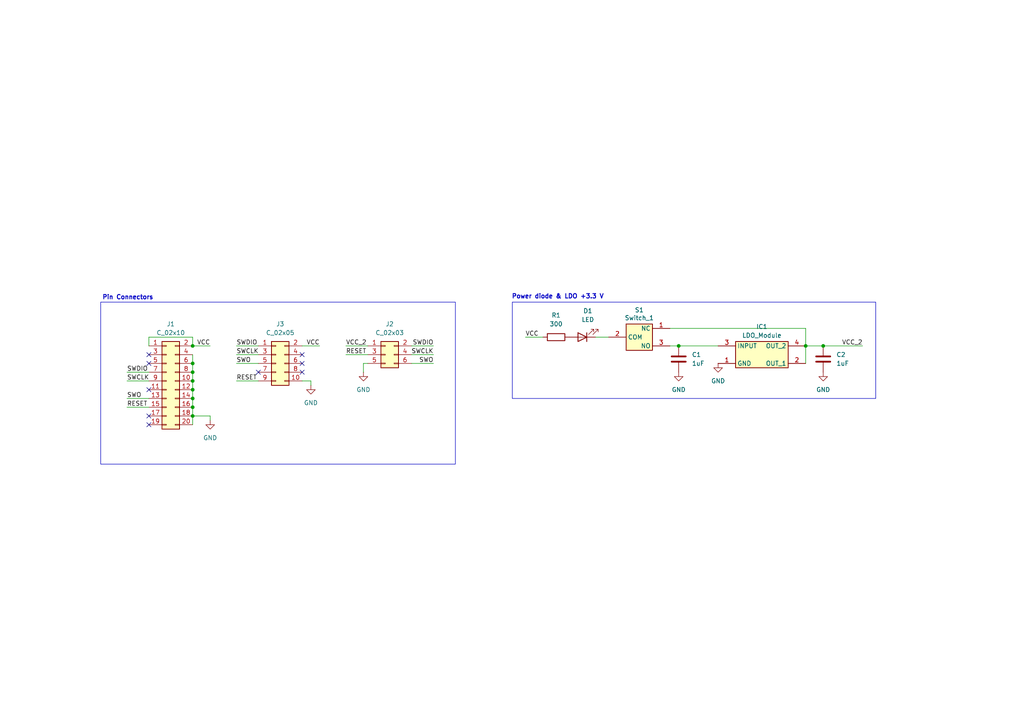
<source format=kicad_sch>
(kicad_sch (version 20250114) (generator "eeschema") (generator_version "9.0")
  (paper "A4")
  (lib_symbols
    (symbol "Connector_Generic:Conn_02x03_Odd_Even" (pin_names (offset 1.016) (hide yes))
      (property "Reference" "J" (at 1.27 5.08 0))
      (property "Value" "Conn_02x03_Odd_Even" (at 1.27 -5.08 0))
      (symbol "Conn_02x03_Odd_Even_1_1"
        (rectangle (start -1.27 3.81) (end 3.81 -3.81) (stroke (width 0.254)) (fill (type background)))
        (rectangle (start -1.27 2.667) (end 0 2.413) (stroke (width 0.1524)))
        (rectangle (start -1.27 0.127) (end 0 -0.127) (stroke (width 0.1524)))
        (rectangle (start -1.27 -2.413) (end 0 -2.667) (stroke (width 0.1524)))
        (rectangle (start 3.81 2.667) (end 2.54 2.413) (stroke (width 0.1524)))
        (rectangle (start 3.81 0.127) (end 2.54 -0.127) (stroke (width 0.1524)))
        (rectangle (start 3.81 -2.413) (end 2.54 -2.667) (stroke (width 0.1524)))
        (pin passive line (at -5.08 2.54 0) (length 3.81) (name "Pin_1") (number "1"))
        (pin passive line (at -5.08 0 0) (length 3.81) (name "Pin_3") (number "3"))
        (pin passive line (at -5.08 -2.54 0) (length 3.81) (name "Pin_5") (number "5"))
        (pin passive line (at 7.62 2.54 180) (length 3.81) (name "Pin_2") (number "2"))
        (pin passive line (at 7.62 0 180) (length 3.81) (name "Pin_4") (number "4"))
        (pin passive line (at 7.62 -2.54 180) (length 3.81) (name "Pin_6") (number "6"))
      )
    )
    (symbol "Connector_Generic:Conn_02x05_Odd_Even" (pin_names (offset 1.016) (hide yes))
      (property "Reference" "J" (at 1.27 7.62 0))
      (property "Value" "Conn_02x05_Odd_Even" (at 1.27 -7.62 0))
      (symbol "Conn_02x05_Odd_Even_1_1"
        (rectangle (start -1.27 6.35) (end 3.81 -6.35) (stroke (width 0.254)) (fill (type background)))
        (rectangle (start -1.27 5.207) (end 0 4.953) (stroke (width 0.1524)))
        (rectangle (start -1.27 2.667) (end 0 2.413) (stroke (width 0.1524)))
        (rectangle (start -1.27 0.127) (end 0 -0.127) (stroke (width 0.1524)))
        (rectangle (start -1.27 -2.413) (end 0 -2.667) (stroke (width 0.1524)))
        (rectangle (start -1.27 -4.953) (end 0 -5.207) (stroke (width 0.1524)))
        (rectangle (start 3.81 5.207) (end 2.54 4.953) (stroke (width 0.1524)))
        (rectangle (start 3.81 2.667) (end 2.54 2.413) (stroke (width 0.1524)))
        (rectangle (start 3.81 0.127) (end 2.54 -0.127) (stroke (width 0.1524)))
        (rectangle (start 3.81 -2.413) (end 2.54 -2.667) (stroke (width 0.1524)))
        (rectangle (start 3.81 -4.953) (end 2.54 -5.207) (stroke (width 0.1524)))
        (pin passive line (at -5.08 5.08 0) (length 3.81) (name "Pin_1") (number "1"))
        (pin passive line (at -5.08 2.54 0) (length 3.81) (name "Pin_3") (number "3"))
        (pin passive line (at -5.08 0 0) (length 3.81) (name "Pin_5") (number "5"))
        (pin passive line (at -5.08 -2.54 0) (length 3.81) (name "Pin_7") (number "7"))
        (pin passive line (at -5.08 -5.08 0) (length 3.81) (name "Pin_9") (number "9"))
        (pin passive line (at 7.62 5.08 180) (length 3.81) (name "Pin_2") (number "2"))
        (pin passive line (at 7.62 2.54 180) (length 3.81) (name "Pin_4") (number "4"))
        (pin passive line (at 7.62 0 180) (length 3.81) (name "Pin_6") (number "6"))
        (pin passive line (at 7.62 -2.54 180) (length 3.81) (name "Pin_8") (number "8"))
        (pin passive line (at 7.62 -5.08 180) (length 3.81) (name "Pin_10") (number "10"))
      )
    )
    (symbol "Connector_Generic:Conn_02x10_Odd_Even" (pin_names (offset 1.016) (hide yes))
      (property "Reference" "J" (at 1.27 12.7 0))
      (property "Value" "Conn_02x10_Odd_Even" (at 1.27 -15.24 0))
      (symbol "Conn_02x10_Odd_Even_1_1"
        (rectangle (start -1.27 11.43) (end 3.81 -13.97) (stroke (width 0.254)) (fill (type background)))
        (rectangle (start -1.27 10.287) (end 0 10.033) (stroke (width 0.1524)))
        (rectangle (start -1.27 7.747) (end 0 7.493) (stroke (width 0.1524)))
        (rectangle (start -1.27 5.207) (end 0 4.953) (stroke (width 0.1524)))
        (rectangle (start -1.27 2.667) (end 0 2.413) (stroke (width 0.1524)))
        (rectangle (start -1.27 0.127) (end 0 -0.127) (stroke (width 0.1524)))
        (rectangle (start -1.27 -2.413) (end 0 -2.667) (stroke (width 0.1524)))
        (rectangle (start -1.27 -4.953) (end 0 -5.207) (stroke (width 0.1524)))
        (rectangle (start -1.27 -7.493) (end 0 -7.747) (stroke (width 0.1524)))
        (rectangle (start -1.27 -10.033) (end 0 -10.287) (stroke (width 0.1524)))
        (rectangle (start -1.27 -12.573) (end 0 -12.827) (stroke (width 0.1524)))
        (rectangle (start 3.81 10.287) (end 2.54 10.033) (stroke (width 0.1524)))
        (rectangle (start 3.81 7.747) (end 2.54 7.493) (stroke (width 0.1524)))
        (rectangle (start 3.81 5.207) (end 2.54 4.953) (stroke (width 0.1524)))
        (rectangle (start 3.81 2.667) (end 2.54 2.413) (stroke (width 0.1524)))
        (rectangle (start 3.81 0.127) (end 2.54 -0.127) (stroke (width 0.1524)))
        (rectangle (start 3.81 -2.413) (end 2.54 -2.667) (stroke (width 0.1524)))
        (rectangle (start 3.81 -4.953) (end 2.54 -5.207) (stroke (width 0.1524)))
        (rectangle (start 3.81 -7.493) (end 2.54 -7.747) (stroke (width 0.1524)))
        (rectangle (start 3.81 -10.033) (end 2.54 -10.287) (stroke (width 0.1524)))
        (rectangle (start 3.81 -12.573) (end 2.54 -12.827) (stroke (width 0.1524)))
        (pin passive line (at -5.08 10.16 0) (length 3.81) (name "Pin_1") (number "1"))
        (pin passive line (at -5.08 7.62 0) (length 3.81) (name "Pin_3") (number "3"))
        (pin passive line (at -5.08 5.08 0) (length 3.81) (name "Pin_5") (number "5"))
        (pin passive line (at -5.08 2.54 0) (length 3.81) (name "Pin_7") (number "7"))
        (pin passive line (at -5.08 0 0) (length 3.81) (name "Pin_9") (number "9"))
        (pin passive line (at -5.08 -2.54 0) (length 3.81) (name "Pin_11") (number "11"))
        (pin passive line (at -5.08 -5.08 0) (length 3.81) (name "Pin_13") (number "13"))
        (pin passive line (at -5.08 -7.62 0) (length 3.81) (name "Pin_15") (number "15"))
        (pin passive line (at -5.08 -10.16 0) (length 3.81) (name "Pin_17") (number "17"))
        (pin passive line (at -5.08 -12.7 0) (length 3.81) (name "Pin_19") (number "19"))
        (pin passive line (at 7.62 10.16 180) (length 3.81) (name "Pin_2") (number "2"))
        (pin passive line (at 7.62 7.62 180) (length 3.81) (name "Pin_4") (number "4"))
        (pin passive line (at 7.62 5.08 180) (length 3.81) (name "Pin_6") (number "6"))
        (pin passive line (at 7.62 2.54 180) (length 3.81) (name "Pin_8") (number "8"))
        (pin passive line (at 7.62 0 180) (length 3.81) (name "Pin_10") (number "10"))
        (pin passive line (at 7.62 -2.54 180) (length 3.81) (name "Pin_12") (number "12"))
        (pin passive line (at 7.62 -5.08 180) (length 3.81) (name "Pin_14") (number "14"))
        (pin passive line (at 7.62 -7.62 180) (length 3.81) (name "Pin_16") (number "16"))
        (pin passive line (at 7.62 -10.16 180) (length 3.81) (name "Pin_18") (number "18"))
        (pin passive line (at 7.62 -12.7 180) (length 3.81) (name "Pin_20") (number "20"))
      )
    )
    (symbol "Device:C" (pin_numbers (hide yes)) (pin_names (offset 0.254))
      (property "Reference" "C" (at 0.635 2.54 0))
      (property "Value" "C" (at 0.635 -2.54 0))
      (symbol "C_0_1"
        (polyline (pts (xy -2.032 0.762) (xy 2.032 0.762)) (stroke (width 0.508)))
        (polyline (pts (xy -2.032 -0.762) (xy 2.032 -0.762)) (stroke (width 0.508)))
      )
      (symbol "C_1_1"
        (pin passive line (at 0 3.81 270) (length 2.794) (name "~") (number "1"))
        (pin passive line (at 0 -3.81 90) (length 2.794) (name "~") (number "2"))
      )
    )
    (symbol "Device:LED" (pin_numbers (hide yes)) (pin_names (offset 1.016) (hide yes))
      (property "Reference" "D" (at 0 2.54 0))
      (property "Value" "LED" (at 0 -2.54 0))
      (symbol "LED_0_1"
        (polyline (pts (xy -3.048 -0.762) (xy -4.572 -2.286) (xy -3.81 -2.286) (xy -4.572 -2.286) (xy -4.572 -1.524)))
        (polyline (pts (xy -1.778 -0.762) (xy -3.302 -2.286) (xy -2.54 -2.286) (xy -3.302 -2.286) (xy -3.302 -1.524)))
        (polyline (pts (xy -1.27 0) (xy 1.27 0)))
        (polyline (pts (xy -1.27 -1.27) (xy -1.27 1.27)) (stroke (width 0.254)))
        (polyline (pts (xy 1.27 -1.27) (xy 1.27 1.27) (xy -1.27 0) (xy 1.27 -1.27)) (stroke (width 0.254)))
      )
      (symbol "LED_1_1"
        (pin passive line (at -3.81 0 0) (length 2.54) (name "K") (number "1"))
        (pin passive line (at 3.81 0 180) (length 2.54) (name "A") (number "2"))
      )
    )
    (symbol "Device:R" (pin_numbers (hide yes)) (pin_names (offset 0))
      (property "Reference" "R" (at 2.032 0 90))
      (property "Value" "R" (at 0 0 90))
      (symbol "R_0_1"
        (rectangle (start -1.016 -2.54) (end 1.016 2.54) (stroke (width 0.254)))
      )
      (symbol "R_1_1"
        (pin passive line (at 0 3.81 270) (length 1.27) (name "~") (number "1"))
        (pin passive line (at 0 -3.81 90) (length 1.27) (name "~") (number "2"))
      )
    )
    (symbol "SLW-116641-5A-S-D:SLW-116641-5A-S-D"
      (property "Reference" "S1" (at 8.89 6.604 0))
      (property "Value" "Switch_1" (at 8.89 4.318 0))
      (symbol "SLW-116641-5A-S-D_1_1"
        (rectangle (start 5.08 2.54) (end 12.7 -5.08) (stroke (width 0.254)) (fill (type background)))
        (pin passive line (at 0 -1.27 0) (length 5.08) (name "COM") (number "2"))
        (pin passive line (at 17.78 1.27 180) (length 5.08) (name "NC") (number "1"))
        (pin passive line (at 17.78 -3.81 180) (length 5.08) (name "NO") (number "3"))
      )
    )
    (symbol "TLV1117LV33DCYR:TLV1117LV33DCYR"
      (property "Reference" "IC1" (at 12.7 6.858 0))
      (property "Value" "LDO_Module" (at 12.7 4.318 0))
      (symbol "TLV1117LV33DCYR_1_1"
        (rectangle (start 5.08 2.54) (end 20.32 -5.08) (stroke (width 0.254)) (fill (type background)))
        (pin passive line (at 0 1.27 0) (length 5.08) (name "INPUT") (number "3"))
        (pin passive line (at 0 -3.81 0) (length 5.08) (name "GND") (number "1"))
        (pin passive line (at 25.4 1.27 180) (length 5.08) (name "OUT_2") (number "4"))
        (pin passive line (at 25.4 -3.81 180) (length 5.08) (name "OUT_1") (number "2"))
      )
    )
    (symbol "power:GND" (power) (pin_numbers (hide yes)) (pin_names (offset 0) (hide yes))
      (property "Value" "GND" (at 0 -3.81 0))
      (symbol "GND_0_1"
        (polyline (pts (xy 0 0) (xy 0 -1.27) (xy 1.27 -1.27) (xy 0 -2.54) (xy -1.27 -1.27) (xy 0 -1.27)))
      )
      (symbol "GND_1_1"
        (pin power_in line (at 0 0 270) (length 0) (name "~") (number "1"))
      )
    )
  )
  (rectangle (start 29.21 87.63) (end 132.08 134.62))
  (rectangle (start 148.59 87.63) (end 254 115.57))
  (text "Power diode & LDO +3.3 V" (at 161.798 86.106 0) (effects (font (size 1.27 1.27) (thickness 0.254) (bold yes))))
  (text "Pin Connectors" (at 37.084 86.36 0) (effects (font (size 1.27 1.27) (thickness 0.254) (bold yes))))
  (junction (at 55.88 118.11))
  (junction (at 196.85 100.33))
  (junction (at 55.88 100.33))
  (junction (at 55.88 105.41))
  (junction (at 55.88 107.95))
  (junction (at 55.88 120.65))
  (junction (at 238.76 100.33))
  (junction (at 55.88 113.03))
  (junction (at 55.88 115.57))
  (junction (at 55.88 110.49))
  (junction (at 233.68 100.33))
  (no_connect (at 43.18 120.65))
  (no_connect (at 43.18 102.87))
  (no_connect (at 87.63 105.41))
  (no_connect (at 87.63 107.95))
  (no_connect (at 43.18 105.41))
  (no_connect (at 74.93 107.95))
  (no_connect (at 43.18 113.03))
  (no_connect (at 43.18 123.19))
  (no_connect (at 87.63 102.87))
  (wire (pts (xy 36.83 110.49) (xy 43.18 110.49)))
  (wire (pts (xy 152.4 97.79) (xy 157.48 97.79)))
  (wire (pts (xy 55.88 105.41) (xy 55.88 107.95)))
  (wire (pts (xy 60.96 121.92) (xy 60.96 120.65)))
  (wire (pts (xy 68.58 110.49) (xy 74.93 110.49)))
  (wire (pts (xy 196.85 100.33) (xy 208.28 100.33)))
  (wire (pts (xy 238.76 100.33) (xy 250.19 100.33)))
  (wire (pts (xy 55.88 107.95) (xy 55.88 110.49)))
  (wire (pts (xy 68.58 102.87) (xy 74.93 102.87)))
  (wire (pts (xy 36.83 115.57) (xy 43.18 115.57)))
  (wire (pts (xy 194.31 95.25) (xy 233.68 95.25)))
  (wire (pts (xy 100.33 102.87) (xy 106.68 102.87)))
  (wire (pts (xy 55.88 102.87) (xy 55.88 105.41)))
  (wire (pts (xy 90.17 111.76) (xy 90.17 110.49)))
  (wire (pts (xy 119.38 100.33) (xy 125.73 100.33)))
  (wire (pts (xy 55.88 100.33) (xy 60.96 100.33)))
  (wire (pts (xy 172.72 97.79) (xy 176.53 97.79)))
  (wire (pts (xy 68.58 100.33) (xy 74.93 100.33)))
  (wire (pts (xy 119.38 102.87) (xy 125.73 102.87)))
  (wire (pts (xy 92.71 100.33) (xy 87.63 100.33)))
  (wire (pts (xy 233.68 100.33) (xy 238.76 100.33)))
  (wire (pts (xy 119.38 105.41) (xy 125.73 105.41)))
  (wire (pts (xy 194.31 100.33) (xy 196.85 100.33)))
  (wire (pts (xy 36.83 118.11) (xy 43.18 118.11)))
  (wire (pts (xy 106.68 105.41) (xy 105.41 105.41)))
  (wire (pts (xy 60.96 120.65) (xy 55.88 120.65)))
  (wire (pts (xy 55.88 97.79) (xy 55.88 100.33)))
  (wire (pts (xy 100.33 100.33) (xy 106.68 100.33)))
  (wire (pts (xy 233.68 100.33) (xy 233.68 105.41)))
  (wire (pts (xy 36.83 107.95) (xy 43.18 107.95)))
  (wire (pts (xy 90.17 110.49) (xy 87.63 110.49)))
  (wire (pts (xy 55.88 120.65) (xy 55.88 123.19)))
  (wire (pts (xy 55.88 110.49) (xy 55.88 113.03)))
  (wire (pts (xy 55.88 115.57) (xy 55.88 118.11)))
  (wire (pts (xy 55.88 118.11) (xy 55.88 120.65)))
  (wire (pts (xy 68.58 105.41) (xy 74.93 105.41)))
  (wire (pts (xy 105.41 105.41) (xy 105.41 107.95)))
  (wire (pts (xy 55.88 113.03) (xy 55.88 115.57)))
  (wire (pts (xy 233.68 95.25) (xy 233.68 100.33)))
  (wire (pts (xy 43.18 100.33) (xy 43.18 97.79)))
  (wire (pts (xy 43.18 97.79) (xy 55.88 97.79)))
  (label "SWO" (at 68.58 105.41 0))
  (label "VCC" (at 152.4 97.79 0))
  (label "SWDIO" (at 125.73 100.33 180))
  (label "RESET" (at 36.83 118.11 0))
  (label "VCC_2" (at 100.33 100.33 0))
  (label "SWO" (at 36.83 115.57 0))
  (label "RESET" (at 100.33 102.87 0))
  (label "SWDIO" (at 68.58 100.33 0))
  (label "SWDIO" (at 36.83 107.95 0))
  (label "SWO" (at 125.73 105.41 180))
  (label "VCC_2" (at 250.19 100.33 180))
  (label "SWCLK" (at 68.58 102.87 0))
  (label "VCC" (at 60.96 100.33 180))
  (label "RESET" (at 68.58 110.49 0))
  (label "VCC" (at 92.71 100.33 180))
  (label "SWCLK" (at 36.83 110.49 0))
  (label "SWCLK" (at 125.73 102.87 180))
  (symbol (lib_id "power:GND") (at 196.85 107.95 0) (unit 1)
    (property "Reference" "#PWR05" (effects (hide yes)))
    (property "Value" "GND" (at 196.85 113.03 0))
    (property "Description" "Power symbol creates a global label with name \"GND\" , ground" (effects (hide yes)))
  )
  (symbol (lib_id "SLW-116641-5A-S-D:SLW-116641-5A-S-D") (at 176.53 96.52 0) (unit 1)
    (property "Reference" "S1" (at 185.42 89.916 0))
    (property "Value" "Switch_1" (at 185.42 92.202 0))
    (property "Footprint" "lib:SLW1166415ASD" (effects (hide yes)))
    (property "Datasheet" "https://www.sameskydevices.com/product/resource/supplyframepdf/slw-116641-5a-s-d.pdf" (effects (hide yes)))
    (property "Description" "11.6 x 6 x 4.1 mm, 5 mm Raised Slide Actuator, Through Hole, Slide Switch" (effects (hide yes)))
    (property "Height" "11.3" (effects (hide yes)))
    (property "Mouser Part Number" "179-SLW1166415ASD" (effects (hide yes)))
    (property "Mouser Price/Stock" "https://www.mouser.co.uk/ProductDetail/Same-Sky/SLW-116641-5A-S-D?qs=IKkN%2F947nfBZSdW8n5Vqgw%3D%3D" (effects (hide yes)))
    (property "Manufacturer_Name" "Same Sky" (effects (hide yes)))
    (property "Manufacturer_Part_Number" "SLW-116641-5A-S-D" (effects (hide yes)))
  )
  (symbol (lib_id "power:GND") (at 90.17 111.76 0) (unit 1)
    (property "Reference" "#PWR02" (effects (hide yes)))
    (property "Value" "GND" (at 90.17 116.84 0))
    (property "Description" "Power symbol creates a global label with name \"GND\" , ground" (effects (hide yes)))
  )
  (symbol (lib_id "power:GND") (at 238.76 107.95 0) (unit 1)
    (property "Reference" "#PWR04" (effects (hide yes)))
    (property "Value" "GND" (at 238.76 113.03 0))
    (property "Description" "Power symbol creates a global label with name \"GND\" , ground" (effects (hide yes)))
  )
  (symbol (lib_id "power:GND") (at 60.96 121.92 0) (unit 1)
    (property "Reference" "#PWR01" (effects (hide yes)))
    (property "Value" "GND" (at 60.96 127 0))
    (property "Description" "Power symbol creates a global label with name \"GND\" , ground" (effects (hide yes)))
  )
  (symbol (lib_id "Connector_Generic:Conn_02x05_Odd_Even") (at 80.01 105.41 0) (unit 1)
    (property "Reference" "J3" (at 81.28 93.98 0))
    (property "Value" "C_02x05" (at 81.28 96.52 0))
    (property "Footprint" "Connector_PinHeader_1.00mm:PinHeader_2x05_P1.00mm_Vertical" (effects (hide yes)))
    (property "Description" "Generic connector, double row, 02x05, odd/even pin numbering scheme (row 1 odd numbers, row 2 even numbers), script generated (kicad-library-utils/schlib/autogen/connector/)" (effects (hide yes)))
  )
  (symbol (lib_id "power:GND") (at 105.41 107.95 0) (unit 1)
    (property "Reference" "#PWR03" (effects (hide yes)))
    (property "Value" "GND" (at 105.41 113.03 0))
    (property "Description" "Power symbol creates a global label with name \"GND\" , ground" (effects (hide yes)))
  )
  (symbol (lib_id "Device:C") (at 238.76 104.14 0) (unit 1)
    (property "Reference" "C2" (at 242.57 102.8699 0) (effects (justify left)))
    (property "Value" "1uF" (at 242.57 105.4099 0) (effects (justify left)))
    (property "Footprint" "Capacitor_SMD:C_1206_3216Metric" (effects (hide yes)))
    (property "Description" "Unpolarized capacitor" (effects (hide yes)))
  )
  (symbol (lib_id "Connector_Generic:Conn_02x10_Odd_Even") (at 48.26 110.49 0) (unit 1)
    (property "Reference" "J1" (at 49.53 93.98 0))
    (property "Value" "C_02x10" (at 49.53 96.52 0))
    (property "Footprint" "Connector_PinHeader_2.54mm:PinHeader_2x10_P2.54mm_Vertical" (effects (hide yes)))
    (property "Description" "Generic connector, double row, 02x10, odd/even pin numbering scheme (row 1 odd numbers, row 2 even numbers), script generated (kicad-library-utils/schlib/autogen/connector/)" (effects (hide yes)))
  )
  (symbol (lib_id "Connector_Generic:Conn_02x03_Odd_Even") (at 111.76 102.87 0) (unit 1)
    (property "Reference" "J2" (at 113.03 93.98 0))
    (property "Value" "C_02x03" (at 113.03 96.52 0))
    (property "Footprint" "Connector_IDC:IDC-Header_2x03_P2.54mm_Vertical" (effects (hide yes)))
    (property "Description" "Generic connector, double row, 02x03, odd/even pin numbering scheme (row 1 odd numbers, row 2 even numbers), script generated (kicad-library-utils/schlib/autogen/connector/)" (effects (hide yes)))
  )
  (symbol (lib_id "TLV1117LV33DCYR:TLV1117LV33DCYR") (at 208.28 101.6 0) (unit 1)
    (property "Reference" "IC1" (at 220.98 94.742 0))
    (property "Value" "LDO_Module" (at 220.98 97.282 0))
    (property "Footprint" "lib:SOT230P700X180-4N" (effects (hide yes)))
    (property "Datasheet" "http://www.ti.com/lit/gpn/tlv1117lv" (effects (hide yes)))
    (property "Description" "1-A, Positive Fixed Voltage, Low-Dropout Regulator" (effects (hide yes)))
    (property "Height" "1.8" (effects (hide yes)))
    (property "Mouser Part Number" "595-TLV1117LV33DCYR" (effects (hide yes)))
    (property "Mouser Price/Stock" "https://www.mouser.co.uk/ProductDetail/Texas-Instruments/TLV1117LV33DCYR?qs=tEz3BkPb1rwzXMb8FiWhow%3D%3D" (effects (hide yes)))
    (property "Manufacturer_Name" "Texas Instruments" (effects (hide yes)))
    (property "Manufacturer_Part_Number" "TLV1117LV33DCYR" (effects (hide yes)))
  )
  (symbol (lib_id "power:GND") (at 208.28 105.41 0) (unit 1)
    (property "Reference" "#PWR06" (effects (hide yes)))
    (property "Value" "GND" (at 208.28 110.49 0))
    (property "Description" "Power symbol creates a global label with name \"GND\" , ground" (effects (hide yes)))
  )
  (symbol (lib_id "Device:C") (at 196.85 104.14 0) (unit 1)
    (property "Reference" "C1" (at 200.66 102.8699 0) (effects (justify left)))
    (property "Value" "1uF" (at 200.66 105.4099 0) (effects (justify left)))
    (property "Footprint" "Capacitor_SMD:C_1206_3216Metric" (effects (hide yes)))
    (property "Description" "Unpolarized capacitor" (effects (hide yes)))
  )
  (symbol (lib_id "Device:R") (at 161.29 97.79 90) (unit 1)
    (property "Reference" "R1" (at 161.29 91.44 90))
    (property "Value" "300" (at 161.29 93.98 90))
    (property "Footprint" "Resistor_SMD:R_1206_3216Metric" (effects (hide yes)))
    (property "Description" "Resistor" (effects (hide yes)))
  )
  (symbol (lib_id "Device:LED") (at 168.91 97.79 180) (unit 1)
    (property "Reference" "D1" (at 170.4975 90.17 0))
    (property "Value" "LED" (at 170.4975 92.71 0))
    (property "Footprint" "LED_SMD:LED_1206_3216Metric" (effects (hide yes)))
    (property "Description" "Light emitting diode" (effects (hide yes)))
    (property "Sim.Pins" "1=K 2=A" (effects (hide yes)))
  )
)
</source>
